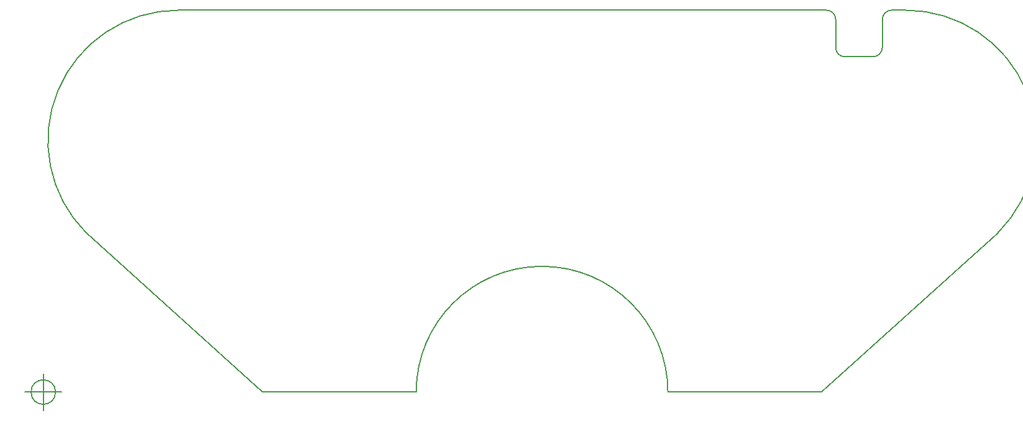
<source format=gm1>
G04 #@! TF.FileFunction,Profile,NP*
%FSLAX46Y46*%
G04 Gerber Fmt 4.6, Leading zero omitted, Abs format (unit mm)*
G04 Created by KiCad (PCBNEW 4.0.1-3.201512221402+6198~38~ubuntu15.04.1-stable) date Fri Feb  5 12:20:29 2016*
%MOMM*%
G01*
G04 APERTURE LIST*
%ADD10C,0.101600*%
%ADD11C,0.152400*%
G04 APERTURE END LIST*
D10*
D11*
X1666666Y0D02*
G75*
G03X1666666Y0I-1666666J0D01*
G01*
X-2500000Y0D02*
X2500000Y0D01*
X0Y2500000D02*
X0Y-2500000D01*
X115570000Y52070000D02*
X117475000Y52070000D01*
X115570000Y52070000D02*
G75*
G03X114300000Y50800000I0J-1270000D01*
G01*
X107950000Y50800000D02*
G75*
G03X106680000Y52070000I-1270000J0D01*
G01*
X113030000Y45720000D02*
G75*
G03X114300000Y46990000I0J1270000D01*
G01*
X107950000Y46990000D02*
G75*
G03X109220000Y45720000I1270000J0D01*
G01*
X109220000Y45720000D02*
X113030000Y45720000D01*
X114300000Y46990000D02*
X114300000Y50800000D01*
X107950000Y50800000D02*
X107950000Y46990000D01*
X85090000Y0D02*
X106045000Y0D01*
X50800000Y0D02*
X29845000Y0D01*
X85090000Y0D02*
G75*
G03X67945000Y17145000I-17145000J0D01*
G01*
X67945000Y17145000D02*
G75*
G03X50800000Y0I0J-17145000D01*
G01*
X29845000Y0D02*
X5842000Y21717000D01*
X5842641Y21717641D02*
G75*
G02X18415000Y52070000I12572359J12572359D01*
G01*
X18415000Y52070000D02*
X106680000Y52070000D01*
X106045000Y0D02*
X130048000Y21717000D01*
X130047359Y21717641D02*
G75*
G03X117475000Y52070000I-12572359J12572359D01*
G01*
M02*

</source>
